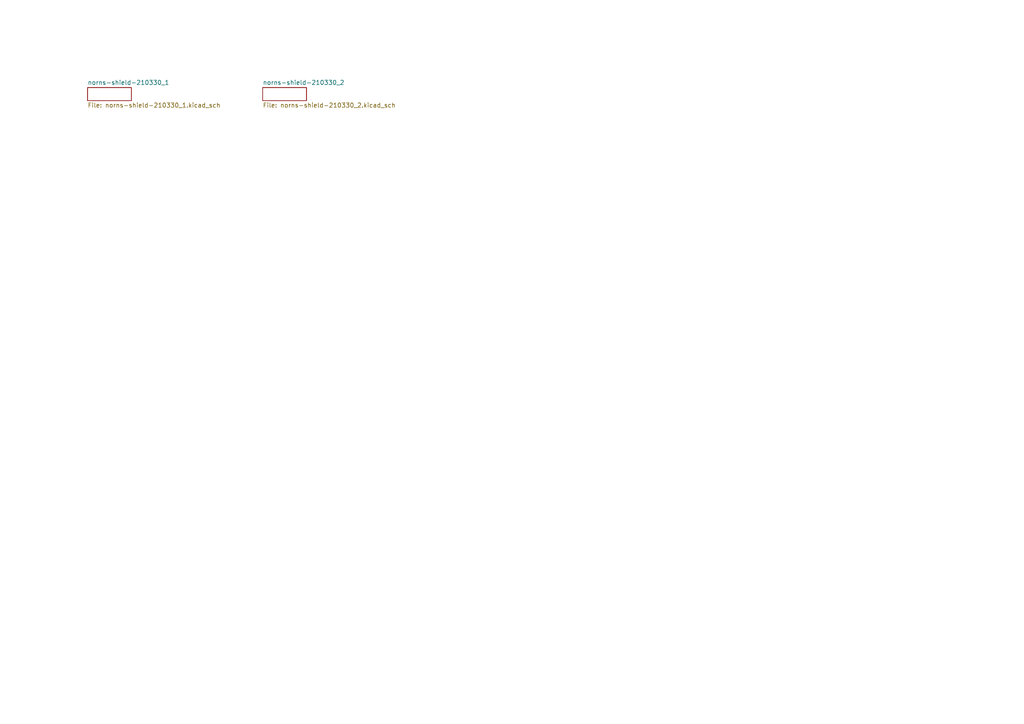
<source format=kicad_sch>
(kicad_sch
	(version 20231120)
	(generator "eeschema")
	(generator_version "8.0")
	(uuid "5109c807-f383-4317-9cbe-85d1ea6ff68e")
	(paper "A4")
	(lib_symbols)
	(sheet
		(at 76.2 25.4)
		(size 12.7 3.81)
		(fields_autoplaced yes)
		(stroke
			(width 0)
			(type solid)
		)
		(fill
			(color 0 0 0 0.0000)
		)
		(uuid "94c6e6ea-d4d0-4c7d-9926-904939d4dfc0")
		(property "Sheetname" "norns-shield-210330_2"
			(at 76.2 24.6884 0)
			(effects
				(font
					(size 1.27 1.27)
				)
				(justify left bottom)
			)
		)
		(property "Sheetfile" "norns-shield-210330_2.kicad_sch"
			(at 76.2 29.7946 0)
			(effects
				(font
					(size 1.27 1.27)
				)
				(justify left top)
			)
		)
		(instances
			(project "norns-shield-210330"
				(path "/5109c807-f383-4317-9cbe-85d1ea6ff68e"
					(page "2")
				)
			)
		)
	)
	(sheet
		(at 25.4 25.4)
		(size 12.7 3.81)
		(fields_autoplaced yes)
		(stroke
			(width 0)
			(type solid)
		)
		(fill
			(color 0 0 0 0.0000)
		)
		(uuid "c058bb3a-eb13-4385-9692-fe7493bd96e5")
		(property "Sheetname" "norns-shield-210330_1"
			(at 25.4 24.6884 0)
			(effects
				(font
					(size 1.27 1.27)
				)
				(justify left bottom)
			)
		)
		(property "Sheetfile" "norns-shield-210330_1.kicad_sch"
			(at 25.4 29.7946 0)
			(effects
				(font
					(size 1.27 1.27)
				)
				(justify left top)
			)
		)
		(instances
			(project "norns-shield-210330"
				(path "/5109c807-f383-4317-9cbe-85d1ea6ff68e"
					(page "1")
				)
			)
		)
	)
	(sheet_instances
		(path "/"
			(page "1")
		)
	)
)

</source>
